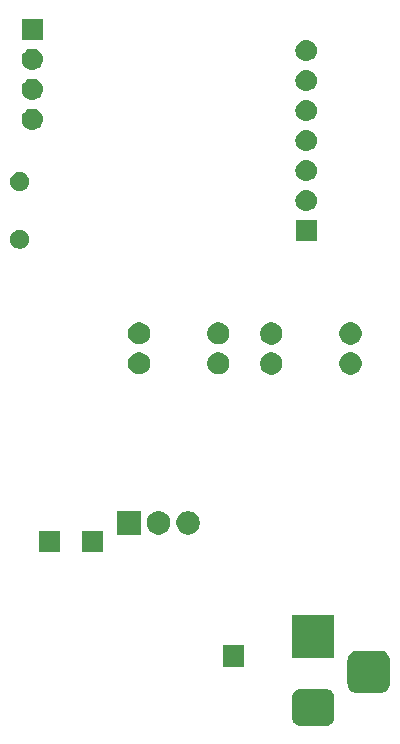
<source format=gbr>
G04 #@! TF.GenerationSoftware,KiCad,Pcbnew,(5.1.4)-1*
G04 #@! TF.CreationDate,2019-11-02T23:16:35-06:00*
G04 #@! TF.ProjectId,EncoderBoard,456e636f-6465-4724-926f-6172642e6b69,v1.0*
G04 #@! TF.SameCoordinates,Original*
G04 #@! TF.FileFunction,Soldermask,Bot*
G04 #@! TF.FilePolarity,Negative*
%FSLAX46Y46*%
G04 Gerber Fmt 4.6, Leading zero omitted, Abs format (unit mm)*
G04 Created by KiCad (PCBNEW (5.1.4)-1) date 2019-11-02 23:16:35*
%MOMM*%
%LPD*%
G04 APERTURE LIST*
%ADD10C,0.100000*%
G04 APERTURE END LIST*
D10*
G36*
X136202579Y-143706093D02*
G01*
X136336225Y-143746634D01*
X136459384Y-143812464D01*
X136567340Y-143901060D01*
X136655936Y-144009016D01*
X136721766Y-144132175D01*
X136762307Y-144265821D01*
X136776600Y-144410940D01*
X136776600Y-146074660D01*
X136762307Y-146219779D01*
X136721766Y-146353425D01*
X136655936Y-146476584D01*
X136567340Y-146584540D01*
X136459384Y-146673136D01*
X136336225Y-146738966D01*
X136202579Y-146779507D01*
X136057460Y-146793800D01*
X133893740Y-146793800D01*
X133748621Y-146779507D01*
X133614975Y-146738966D01*
X133491816Y-146673136D01*
X133383860Y-146584540D01*
X133295264Y-146476584D01*
X133229434Y-146353425D01*
X133188893Y-146219779D01*
X133174600Y-146074660D01*
X133174600Y-144410940D01*
X133188893Y-144265821D01*
X133229434Y-144132175D01*
X133295264Y-144009016D01*
X133383860Y-143901060D01*
X133491816Y-143812464D01*
X133614975Y-143746634D01*
X133748621Y-143706093D01*
X133893740Y-143691800D01*
X136057460Y-143691800D01*
X136202579Y-143706093D01*
X136202579Y-143706093D01*
G37*
G36*
X140801966Y-140458495D02*
G01*
X140959060Y-140506149D01*
X141103831Y-140583531D01*
X141230728Y-140687672D01*
X141334869Y-140814569D01*
X141412251Y-140959340D01*
X141459905Y-141116434D01*
X141476600Y-141285940D01*
X141476600Y-143199660D01*
X141459905Y-143369166D01*
X141412251Y-143526260D01*
X141334869Y-143671031D01*
X141230728Y-143797928D01*
X141103831Y-143902069D01*
X140959060Y-143979451D01*
X140801966Y-144027105D01*
X140632460Y-144043800D01*
X138718740Y-144043800D01*
X138549234Y-144027105D01*
X138392140Y-143979451D01*
X138247369Y-143902069D01*
X138120472Y-143797928D01*
X138016331Y-143671031D01*
X137938949Y-143526260D01*
X137891295Y-143369166D01*
X137874600Y-143199660D01*
X137874600Y-141285940D01*
X137891295Y-141116434D01*
X137938949Y-140959340D01*
X138016331Y-140814569D01*
X138120472Y-140687672D01*
X138247369Y-140583531D01*
X138392140Y-140506149D01*
X138549234Y-140458495D01*
X138718740Y-140441800D01*
X140632460Y-140441800D01*
X140801966Y-140458495D01*
X140801966Y-140458495D01*
G37*
G36*
X129145600Y-141794800D02*
G01*
X127343600Y-141794800D01*
X127343600Y-139992800D01*
X129145600Y-139992800D01*
X129145600Y-141794800D01*
X129145600Y-141794800D01*
G37*
G36*
X136776600Y-141043800D02*
G01*
X133174600Y-141043800D01*
X133174600Y-137441800D01*
X136776600Y-137441800D01*
X136776600Y-141043800D01*
X136776600Y-141043800D01*
G37*
G36*
X117182200Y-132092000D02*
G01*
X115380200Y-132092000D01*
X115380200Y-130290000D01*
X117182200Y-130290000D01*
X117182200Y-132092000D01*
X117182200Y-132092000D01*
G37*
G36*
X113536407Y-132072456D02*
G01*
X111734407Y-132072456D01*
X111734407Y-130270456D01*
X113536407Y-130270456D01*
X113536407Y-132072456D01*
X113536407Y-132072456D01*
G37*
G36*
X120382647Y-130623056D02*
G01*
X118380647Y-130623056D01*
X118380647Y-128621056D01*
X120382647Y-128621056D01*
X120382647Y-130623056D01*
X120382647Y-130623056D01*
G37*
G36*
X122173628Y-128659524D02*
G01*
X122355798Y-128734982D01*
X122519747Y-128844529D01*
X122659174Y-128983956D01*
X122768721Y-129147905D01*
X122844179Y-129330075D01*
X122882647Y-129523466D01*
X122882647Y-129720646D01*
X122844179Y-129914037D01*
X122768721Y-130096207D01*
X122659174Y-130260156D01*
X122519747Y-130399583D01*
X122355798Y-130509130D01*
X122173628Y-130584588D01*
X122076932Y-130603822D01*
X121980238Y-130623056D01*
X121783056Y-130623056D01*
X121686362Y-130603822D01*
X121589666Y-130584588D01*
X121407496Y-130509130D01*
X121243547Y-130399583D01*
X121104120Y-130260156D01*
X120994573Y-130096207D01*
X120919115Y-129914037D01*
X120880647Y-129720646D01*
X120880647Y-129523466D01*
X120919115Y-129330075D01*
X120994573Y-129147905D01*
X121104120Y-128983956D01*
X121243547Y-128844529D01*
X121407496Y-128734982D01*
X121589666Y-128659524D01*
X121783056Y-128621056D01*
X121980238Y-128621056D01*
X122173628Y-128659524D01*
X122173628Y-128659524D01*
G37*
G36*
X124673628Y-128659524D02*
G01*
X124855798Y-128734982D01*
X125019747Y-128844529D01*
X125159174Y-128983956D01*
X125268721Y-129147905D01*
X125344179Y-129330075D01*
X125382647Y-129523466D01*
X125382647Y-129720646D01*
X125344179Y-129914037D01*
X125268721Y-130096207D01*
X125159174Y-130260156D01*
X125019747Y-130399583D01*
X124855798Y-130509130D01*
X124673628Y-130584588D01*
X124576932Y-130603822D01*
X124480238Y-130623056D01*
X124283056Y-130623056D01*
X124186362Y-130603822D01*
X124089666Y-130584588D01*
X123907496Y-130509130D01*
X123743547Y-130399583D01*
X123604120Y-130260156D01*
X123494573Y-130096207D01*
X123419115Y-129914037D01*
X123380647Y-129720646D01*
X123380647Y-129523466D01*
X123419115Y-129330075D01*
X123494573Y-129147905D01*
X123604120Y-128983956D01*
X123743547Y-128844529D01*
X123907496Y-128734982D01*
X124089666Y-128659524D01*
X124283056Y-128621056D01*
X124480238Y-128621056D01*
X124673628Y-128659524D01*
X124673628Y-128659524D01*
G37*
G36*
X138406747Y-115227463D02*
G01*
X138577815Y-115298322D01*
X138577817Y-115298323D01*
X138655318Y-115350108D01*
X138731774Y-115401194D01*
X138862706Y-115532126D01*
X138965578Y-115686085D01*
X139036437Y-115857153D01*
X139072560Y-116038757D01*
X139072560Y-116223923D01*
X139036437Y-116405527D01*
X138970838Y-116563897D01*
X138965577Y-116576597D01*
X138862705Y-116730555D01*
X138731775Y-116861485D01*
X138577817Y-116964357D01*
X138577816Y-116964358D01*
X138577815Y-116964358D01*
X138406747Y-117035217D01*
X138225143Y-117071340D01*
X138039977Y-117071340D01*
X137858373Y-117035217D01*
X137687305Y-116964358D01*
X137687304Y-116964358D01*
X137687303Y-116964357D01*
X137533345Y-116861485D01*
X137402415Y-116730555D01*
X137299543Y-116576597D01*
X137294282Y-116563897D01*
X137228683Y-116405527D01*
X137192560Y-116223923D01*
X137192560Y-116038757D01*
X137228683Y-115857153D01*
X137299542Y-115686085D01*
X137402414Y-115532126D01*
X137533346Y-115401194D01*
X137609802Y-115350108D01*
X137687303Y-115298323D01*
X137687305Y-115298322D01*
X137858373Y-115227463D01*
X138039977Y-115191340D01*
X138225143Y-115191340D01*
X138406747Y-115227463D01*
X138406747Y-115227463D01*
G37*
G36*
X131706747Y-115227463D02*
G01*
X131877815Y-115298322D01*
X131877817Y-115298323D01*
X131955318Y-115350108D01*
X132031774Y-115401194D01*
X132162706Y-115532126D01*
X132265578Y-115686085D01*
X132336437Y-115857153D01*
X132372560Y-116038757D01*
X132372560Y-116223923D01*
X132336437Y-116405527D01*
X132270838Y-116563897D01*
X132265577Y-116576597D01*
X132162705Y-116730555D01*
X132031775Y-116861485D01*
X131877817Y-116964357D01*
X131877816Y-116964358D01*
X131877815Y-116964358D01*
X131706747Y-117035217D01*
X131525143Y-117071340D01*
X131339977Y-117071340D01*
X131158373Y-117035217D01*
X130987305Y-116964358D01*
X130987304Y-116964358D01*
X130987303Y-116964357D01*
X130833345Y-116861485D01*
X130702415Y-116730555D01*
X130599543Y-116576597D01*
X130594282Y-116563897D01*
X130528683Y-116405527D01*
X130492560Y-116223923D01*
X130492560Y-116038757D01*
X130528683Y-115857153D01*
X130599542Y-115686085D01*
X130702414Y-115532126D01*
X130833346Y-115401194D01*
X130909802Y-115350108D01*
X130987303Y-115298323D01*
X130987305Y-115298322D01*
X131158373Y-115227463D01*
X131339977Y-115191340D01*
X131525143Y-115191340D01*
X131706747Y-115227463D01*
X131706747Y-115227463D01*
G37*
G36*
X127218047Y-115214763D02*
G01*
X127389115Y-115285622D01*
X127389117Y-115285623D01*
X127466618Y-115337408D01*
X127543074Y-115388494D01*
X127674006Y-115519426D01*
X127776878Y-115673385D01*
X127847737Y-115844453D01*
X127883860Y-116026057D01*
X127883860Y-116211223D01*
X127847737Y-116392827D01*
X127776878Y-116563895D01*
X127674006Y-116717854D01*
X127543074Y-116848786D01*
X127524067Y-116861486D01*
X127389117Y-116951657D01*
X127389116Y-116951658D01*
X127389115Y-116951658D01*
X127218047Y-117022517D01*
X127036443Y-117058640D01*
X126851277Y-117058640D01*
X126669673Y-117022517D01*
X126498605Y-116951658D01*
X126498604Y-116951658D01*
X126498603Y-116951657D01*
X126363653Y-116861486D01*
X126344646Y-116848786D01*
X126213714Y-116717854D01*
X126110842Y-116563895D01*
X126039983Y-116392827D01*
X126003860Y-116211223D01*
X126003860Y-116026057D01*
X126039983Y-115844453D01*
X126110842Y-115673385D01*
X126213714Y-115519426D01*
X126344646Y-115388494D01*
X126421102Y-115337408D01*
X126498603Y-115285623D01*
X126498605Y-115285622D01*
X126669673Y-115214763D01*
X126851277Y-115178640D01*
X127036443Y-115178640D01*
X127218047Y-115214763D01*
X127218047Y-115214763D01*
G37*
G36*
X120518047Y-115214763D02*
G01*
X120689115Y-115285622D01*
X120689117Y-115285623D01*
X120766618Y-115337408D01*
X120843074Y-115388494D01*
X120974006Y-115519426D01*
X121076878Y-115673385D01*
X121147737Y-115844453D01*
X121183860Y-116026057D01*
X121183860Y-116211223D01*
X121147737Y-116392827D01*
X121076878Y-116563895D01*
X120974006Y-116717854D01*
X120843074Y-116848786D01*
X120824067Y-116861486D01*
X120689117Y-116951657D01*
X120689116Y-116951658D01*
X120689115Y-116951658D01*
X120518047Y-117022517D01*
X120336443Y-117058640D01*
X120151277Y-117058640D01*
X119969673Y-117022517D01*
X119798605Y-116951658D01*
X119798604Y-116951658D01*
X119798603Y-116951657D01*
X119663653Y-116861486D01*
X119644646Y-116848786D01*
X119513714Y-116717854D01*
X119410842Y-116563895D01*
X119339983Y-116392827D01*
X119303860Y-116211223D01*
X119303860Y-116026057D01*
X119339983Y-115844453D01*
X119410842Y-115673385D01*
X119513714Y-115519426D01*
X119644646Y-115388494D01*
X119721102Y-115337408D01*
X119798603Y-115285623D01*
X119798605Y-115285622D01*
X119969673Y-115214763D01*
X120151277Y-115178640D01*
X120336443Y-115178640D01*
X120518047Y-115214763D01*
X120518047Y-115214763D01*
G37*
G36*
X138406747Y-112687463D02*
G01*
X138577815Y-112758322D01*
X138577817Y-112758323D01*
X138655318Y-112810108D01*
X138731774Y-112861194D01*
X138862706Y-112992126D01*
X138965578Y-113146085D01*
X139036437Y-113317153D01*
X139072560Y-113498757D01*
X139072560Y-113683923D01*
X139036437Y-113865527D01*
X138970838Y-114023897D01*
X138965577Y-114036597D01*
X138862705Y-114190555D01*
X138731775Y-114321485D01*
X138577817Y-114424357D01*
X138577816Y-114424358D01*
X138577815Y-114424358D01*
X138406747Y-114495217D01*
X138225143Y-114531340D01*
X138039977Y-114531340D01*
X137858373Y-114495217D01*
X137687305Y-114424358D01*
X137687304Y-114424358D01*
X137687303Y-114424357D01*
X137533345Y-114321485D01*
X137402415Y-114190555D01*
X137299543Y-114036597D01*
X137294282Y-114023897D01*
X137228683Y-113865527D01*
X137192560Y-113683923D01*
X137192560Y-113498757D01*
X137228683Y-113317153D01*
X137299542Y-113146085D01*
X137402414Y-112992126D01*
X137533346Y-112861194D01*
X137609802Y-112810108D01*
X137687303Y-112758323D01*
X137687305Y-112758322D01*
X137858373Y-112687463D01*
X138039977Y-112651340D01*
X138225143Y-112651340D01*
X138406747Y-112687463D01*
X138406747Y-112687463D01*
G37*
G36*
X131706747Y-112687463D02*
G01*
X131877815Y-112758322D01*
X131877817Y-112758323D01*
X131955318Y-112810108D01*
X132031774Y-112861194D01*
X132162706Y-112992126D01*
X132265578Y-113146085D01*
X132336437Y-113317153D01*
X132372560Y-113498757D01*
X132372560Y-113683923D01*
X132336437Y-113865527D01*
X132270838Y-114023897D01*
X132265577Y-114036597D01*
X132162705Y-114190555D01*
X132031775Y-114321485D01*
X131877817Y-114424357D01*
X131877816Y-114424358D01*
X131877815Y-114424358D01*
X131706747Y-114495217D01*
X131525143Y-114531340D01*
X131339977Y-114531340D01*
X131158373Y-114495217D01*
X130987305Y-114424358D01*
X130987304Y-114424358D01*
X130987303Y-114424357D01*
X130833345Y-114321485D01*
X130702415Y-114190555D01*
X130599543Y-114036597D01*
X130594282Y-114023897D01*
X130528683Y-113865527D01*
X130492560Y-113683923D01*
X130492560Y-113498757D01*
X130528683Y-113317153D01*
X130599542Y-113146085D01*
X130702414Y-112992126D01*
X130833346Y-112861194D01*
X130909802Y-112810108D01*
X130987303Y-112758323D01*
X130987305Y-112758322D01*
X131158373Y-112687463D01*
X131339977Y-112651340D01*
X131525143Y-112651340D01*
X131706747Y-112687463D01*
X131706747Y-112687463D01*
G37*
G36*
X120518047Y-112674763D02*
G01*
X120689115Y-112745622D01*
X120689117Y-112745623D01*
X120766618Y-112797408D01*
X120843074Y-112848494D01*
X120974006Y-112979426D01*
X121076878Y-113133385D01*
X121147737Y-113304453D01*
X121183860Y-113486057D01*
X121183860Y-113671223D01*
X121147737Y-113852827D01*
X121076878Y-114023895D01*
X120974006Y-114177854D01*
X120843074Y-114308786D01*
X120824067Y-114321486D01*
X120689117Y-114411657D01*
X120689116Y-114411658D01*
X120689115Y-114411658D01*
X120518047Y-114482517D01*
X120336443Y-114518640D01*
X120151277Y-114518640D01*
X119969673Y-114482517D01*
X119798605Y-114411658D01*
X119798604Y-114411658D01*
X119798603Y-114411657D01*
X119663653Y-114321486D01*
X119644646Y-114308786D01*
X119513714Y-114177854D01*
X119410842Y-114023895D01*
X119339983Y-113852827D01*
X119303860Y-113671223D01*
X119303860Y-113486057D01*
X119339983Y-113304453D01*
X119410842Y-113133385D01*
X119513714Y-112979426D01*
X119644646Y-112848494D01*
X119721102Y-112797408D01*
X119798603Y-112745623D01*
X119798605Y-112745622D01*
X119969673Y-112674763D01*
X120151277Y-112638640D01*
X120336443Y-112638640D01*
X120518047Y-112674763D01*
X120518047Y-112674763D01*
G37*
G36*
X127218047Y-112674763D02*
G01*
X127389115Y-112745622D01*
X127389117Y-112745623D01*
X127466618Y-112797408D01*
X127543074Y-112848494D01*
X127674006Y-112979426D01*
X127776878Y-113133385D01*
X127847737Y-113304453D01*
X127883860Y-113486057D01*
X127883860Y-113671223D01*
X127847737Y-113852827D01*
X127776878Y-114023895D01*
X127674006Y-114177854D01*
X127543074Y-114308786D01*
X127524067Y-114321486D01*
X127389117Y-114411657D01*
X127389116Y-114411658D01*
X127389115Y-114411658D01*
X127218047Y-114482517D01*
X127036443Y-114518640D01*
X126851277Y-114518640D01*
X126669673Y-114482517D01*
X126498605Y-114411658D01*
X126498604Y-114411658D01*
X126498603Y-114411657D01*
X126363653Y-114321486D01*
X126344646Y-114308786D01*
X126213714Y-114177854D01*
X126110842Y-114023895D01*
X126039983Y-113852827D01*
X126003860Y-113671223D01*
X126003860Y-113486057D01*
X126039983Y-113304453D01*
X126110842Y-113133385D01*
X126213714Y-112979426D01*
X126344646Y-112848494D01*
X126421102Y-112797408D01*
X126498603Y-112745623D01*
X126498605Y-112745622D01*
X126669673Y-112674763D01*
X126851277Y-112638640D01*
X127036443Y-112638640D01*
X127218047Y-112674763D01*
X127218047Y-112674763D01*
G37*
G36*
X110352802Y-104836021D02*
G01*
X110498574Y-104896402D01*
X110498576Y-104896403D01*
X110629768Y-104984062D01*
X110741338Y-105095632D01*
X110828997Y-105226824D01*
X110828998Y-105226826D01*
X110889379Y-105372598D01*
X110920160Y-105527347D01*
X110920160Y-105685133D01*
X110889379Y-105839882D01*
X110828998Y-105985654D01*
X110828997Y-105985656D01*
X110741338Y-106116848D01*
X110629768Y-106228418D01*
X110498576Y-106316077D01*
X110498575Y-106316078D01*
X110498574Y-106316078D01*
X110352802Y-106376459D01*
X110198053Y-106407240D01*
X110040267Y-106407240D01*
X109885518Y-106376459D01*
X109739746Y-106316078D01*
X109739745Y-106316078D01*
X109739744Y-106316077D01*
X109608552Y-106228418D01*
X109496982Y-106116848D01*
X109409323Y-105985656D01*
X109409322Y-105985654D01*
X109348941Y-105839882D01*
X109318160Y-105685133D01*
X109318160Y-105527347D01*
X109348941Y-105372598D01*
X109409322Y-105226826D01*
X109409323Y-105226824D01*
X109496982Y-105095632D01*
X109608552Y-104984062D01*
X109739744Y-104896403D01*
X109739746Y-104896402D01*
X109885518Y-104836021D01*
X110040267Y-104805240D01*
X110198053Y-104805240D01*
X110352802Y-104836021D01*
X110352802Y-104836021D01*
G37*
G36*
X135282240Y-105767440D02*
G01*
X133480240Y-105767440D01*
X133480240Y-103965440D01*
X135282240Y-103965440D01*
X135282240Y-105767440D01*
X135282240Y-105767440D01*
G37*
G36*
X134491683Y-101431959D02*
G01*
X134557867Y-101438477D01*
X134727706Y-101489997D01*
X134727708Y-101489998D01*
X134797382Y-101527240D01*
X134884231Y-101573662D01*
X134919969Y-101602992D01*
X135021426Y-101686254D01*
X135104688Y-101787711D01*
X135134018Y-101823449D01*
X135217683Y-101979974D01*
X135269203Y-102149813D01*
X135286599Y-102326440D01*
X135269203Y-102503067D01*
X135217683Y-102672906D01*
X135134018Y-102829431D01*
X135104688Y-102865169D01*
X135021426Y-102966626D01*
X134919969Y-103049888D01*
X134884231Y-103079218D01*
X134727706Y-103162883D01*
X134557867Y-103214403D01*
X134491683Y-103220921D01*
X134425500Y-103227440D01*
X134336980Y-103227440D01*
X134270798Y-103220922D01*
X134204613Y-103214403D01*
X134034774Y-103162883D01*
X133878249Y-103079218D01*
X133842511Y-103049888D01*
X133741054Y-102966626D01*
X133657792Y-102865169D01*
X133628462Y-102829431D01*
X133544797Y-102672906D01*
X133493277Y-102503067D01*
X133475881Y-102326440D01*
X133493277Y-102149813D01*
X133544797Y-101979974D01*
X133628462Y-101823449D01*
X133657792Y-101787711D01*
X133741054Y-101686254D01*
X133842511Y-101602992D01*
X133878249Y-101573662D01*
X133965098Y-101527240D01*
X134034772Y-101489998D01*
X134034774Y-101489997D01*
X134204613Y-101438477D01*
X134270797Y-101431959D01*
X134336980Y-101425440D01*
X134425500Y-101425440D01*
X134491683Y-101431959D01*
X134491683Y-101431959D01*
G37*
G36*
X110352802Y-99956021D02*
G01*
X110498574Y-100016402D01*
X110498576Y-100016403D01*
X110629768Y-100104062D01*
X110741338Y-100215632D01*
X110828997Y-100346824D01*
X110828998Y-100346826D01*
X110889379Y-100492598D01*
X110920160Y-100647347D01*
X110920160Y-100805133D01*
X110889379Y-100959882D01*
X110828998Y-101105654D01*
X110828997Y-101105656D01*
X110741338Y-101236848D01*
X110629768Y-101348418D01*
X110498576Y-101436077D01*
X110498575Y-101436078D01*
X110498574Y-101436078D01*
X110352802Y-101496459D01*
X110198053Y-101527240D01*
X110040267Y-101527240D01*
X109885518Y-101496459D01*
X109739746Y-101436078D01*
X109739745Y-101436078D01*
X109739744Y-101436077D01*
X109608552Y-101348418D01*
X109496982Y-101236848D01*
X109409323Y-101105656D01*
X109409322Y-101105654D01*
X109348941Y-100959882D01*
X109318160Y-100805133D01*
X109318160Y-100647347D01*
X109348941Y-100492598D01*
X109409322Y-100346826D01*
X109409323Y-100346824D01*
X109496982Y-100215632D01*
X109608552Y-100104062D01*
X109739744Y-100016403D01*
X109739746Y-100016402D01*
X109885518Y-99956021D01*
X110040267Y-99925240D01*
X110198053Y-99925240D01*
X110352802Y-99956021D01*
X110352802Y-99956021D01*
G37*
G36*
X134491683Y-98891959D02*
G01*
X134557867Y-98898477D01*
X134727706Y-98949997D01*
X134884231Y-99033662D01*
X134919969Y-99062992D01*
X135021426Y-99146254D01*
X135104688Y-99247711D01*
X135134018Y-99283449D01*
X135217683Y-99439974D01*
X135269203Y-99609813D01*
X135286599Y-99786440D01*
X135269203Y-99963067D01*
X135217683Y-100132906D01*
X135134018Y-100289431D01*
X135104688Y-100325169D01*
X135021426Y-100426626D01*
X134919969Y-100509888D01*
X134884231Y-100539218D01*
X134727706Y-100622883D01*
X134557867Y-100674403D01*
X134491682Y-100680922D01*
X134425500Y-100687440D01*
X134336980Y-100687440D01*
X134270798Y-100680922D01*
X134204613Y-100674403D01*
X134034774Y-100622883D01*
X133878249Y-100539218D01*
X133842511Y-100509888D01*
X133741054Y-100426626D01*
X133657792Y-100325169D01*
X133628462Y-100289431D01*
X133544797Y-100132906D01*
X133493277Y-99963067D01*
X133475881Y-99786440D01*
X133493277Y-99609813D01*
X133544797Y-99439974D01*
X133628462Y-99283449D01*
X133657792Y-99247711D01*
X133741054Y-99146254D01*
X133842511Y-99062992D01*
X133878249Y-99033662D01*
X134034774Y-98949997D01*
X134204613Y-98898477D01*
X134270797Y-98891959D01*
X134336980Y-98885440D01*
X134425500Y-98885440D01*
X134491683Y-98891959D01*
X134491683Y-98891959D01*
G37*
G36*
X134491682Y-96351958D02*
G01*
X134557867Y-96358477D01*
X134727706Y-96409997D01*
X134884231Y-96493662D01*
X134919969Y-96522992D01*
X135021426Y-96606254D01*
X135104688Y-96707711D01*
X135134018Y-96743449D01*
X135217683Y-96899974D01*
X135269203Y-97069813D01*
X135286599Y-97246440D01*
X135269203Y-97423067D01*
X135217683Y-97592906D01*
X135134018Y-97749431D01*
X135104688Y-97785169D01*
X135021426Y-97886626D01*
X134919969Y-97969888D01*
X134884231Y-97999218D01*
X134727706Y-98082883D01*
X134557867Y-98134403D01*
X134491682Y-98140922D01*
X134425500Y-98147440D01*
X134336980Y-98147440D01*
X134270798Y-98140922D01*
X134204613Y-98134403D01*
X134034774Y-98082883D01*
X133878249Y-97999218D01*
X133842511Y-97969888D01*
X133741054Y-97886626D01*
X133657792Y-97785169D01*
X133628462Y-97749431D01*
X133544797Y-97592906D01*
X133493277Y-97423067D01*
X133475881Y-97246440D01*
X133493277Y-97069813D01*
X133544797Y-96899974D01*
X133628462Y-96743449D01*
X133657792Y-96707711D01*
X133741054Y-96606254D01*
X133842511Y-96522992D01*
X133878249Y-96493662D01*
X134034774Y-96409997D01*
X134204613Y-96358477D01*
X134270797Y-96351959D01*
X134336980Y-96345440D01*
X134425500Y-96345440D01*
X134491682Y-96351958D01*
X134491682Y-96351958D01*
G37*
G36*
X111306562Y-94548558D02*
G01*
X111372747Y-94555077D01*
X111542586Y-94606597D01*
X111699111Y-94690262D01*
X111734849Y-94719592D01*
X111836306Y-94802854D01*
X111902132Y-94883065D01*
X111948898Y-94940049D01*
X112032563Y-95096574D01*
X112084083Y-95266413D01*
X112101479Y-95443040D01*
X112084083Y-95619667D01*
X112032563Y-95789506D01*
X111948898Y-95946031D01*
X111919568Y-95981769D01*
X111836306Y-96083226D01*
X111734849Y-96166488D01*
X111699111Y-96195818D01*
X111542586Y-96279483D01*
X111372747Y-96331003D01*
X111306562Y-96337522D01*
X111240380Y-96344040D01*
X111151860Y-96344040D01*
X111085677Y-96337521D01*
X111019493Y-96331003D01*
X110849654Y-96279483D01*
X110693129Y-96195818D01*
X110657391Y-96166488D01*
X110555934Y-96083226D01*
X110472672Y-95981769D01*
X110443342Y-95946031D01*
X110359677Y-95789506D01*
X110308157Y-95619667D01*
X110290761Y-95443040D01*
X110308157Y-95266413D01*
X110359677Y-95096574D01*
X110443342Y-94940049D01*
X110490108Y-94883065D01*
X110555934Y-94802854D01*
X110657391Y-94719592D01*
X110693129Y-94690262D01*
X110849654Y-94606597D01*
X111019493Y-94555077D01*
X111085678Y-94548558D01*
X111151860Y-94542040D01*
X111240380Y-94542040D01*
X111306562Y-94548558D01*
X111306562Y-94548558D01*
G37*
G36*
X134491682Y-93811958D02*
G01*
X134557867Y-93818477D01*
X134727706Y-93869997D01*
X134884231Y-93953662D01*
X134919969Y-93982992D01*
X135021426Y-94066254D01*
X135104688Y-94167711D01*
X135134018Y-94203449D01*
X135217683Y-94359974D01*
X135269203Y-94529813D01*
X135286599Y-94706440D01*
X135269203Y-94883067D01*
X135217683Y-95052906D01*
X135134018Y-95209431D01*
X135104688Y-95245169D01*
X135021426Y-95346626D01*
X134919969Y-95429888D01*
X134884231Y-95459218D01*
X134727706Y-95542883D01*
X134557867Y-95594403D01*
X134491683Y-95600921D01*
X134425500Y-95607440D01*
X134336980Y-95607440D01*
X134270797Y-95600921D01*
X134204613Y-95594403D01*
X134034774Y-95542883D01*
X133878249Y-95459218D01*
X133842511Y-95429888D01*
X133741054Y-95346626D01*
X133657792Y-95245169D01*
X133628462Y-95209431D01*
X133544797Y-95052906D01*
X133493277Y-94883067D01*
X133475881Y-94706440D01*
X133493277Y-94529813D01*
X133544797Y-94359974D01*
X133628462Y-94203449D01*
X133657792Y-94167711D01*
X133741054Y-94066254D01*
X133842511Y-93982992D01*
X133878249Y-93953662D01*
X134034774Y-93869997D01*
X134204613Y-93818477D01*
X134270798Y-93811958D01*
X134336980Y-93805440D01*
X134425500Y-93805440D01*
X134491682Y-93811958D01*
X134491682Y-93811958D01*
G37*
G36*
X111306563Y-92008559D02*
G01*
X111372747Y-92015077D01*
X111542586Y-92066597D01*
X111699111Y-92150262D01*
X111734849Y-92179592D01*
X111836306Y-92262854D01*
X111902132Y-92343065D01*
X111948898Y-92400049D01*
X112032563Y-92556574D01*
X112084083Y-92726413D01*
X112101479Y-92903040D01*
X112084083Y-93079667D01*
X112032563Y-93249506D01*
X111948898Y-93406031D01*
X111919568Y-93441769D01*
X111836306Y-93543226D01*
X111734849Y-93626488D01*
X111699111Y-93655818D01*
X111542586Y-93739483D01*
X111372747Y-93791003D01*
X111306562Y-93797522D01*
X111240380Y-93804040D01*
X111151860Y-93804040D01*
X111085678Y-93797522D01*
X111019493Y-93791003D01*
X110849654Y-93739483D01*
X110693129Y-93655818D01*
X110657391Y-93626488D01*
X110555934Y-93543226D01*
X110472672Y-93441769D01*
X110443342Y-93406031D01*
X110359677Y-93249506D01*
X110308157Y-93079667D01*
X110290761Y-92903040D01*
X110308157Y-92726413D01*
X110359677Y-92556574D01*
X110443342Y-92400049D01*
X110490108Y-92343065D01*
X110555934Y-92262854D01*
X110657391Y-92179592D01*
X110693129Y-92150262D01*
X110849654Y-92066597D01*
X111019493Y-92015077D01*
X111085677Y-92008559D01*
X111151860Y-92002040D01*
X111240380Y-92002040D01*
X111306563Y-92008559D01*
X111306563Y-92008559D01*
G37*
G36*
X134491683Y-91271959D02*
G01*
X134557867Y-91278477D01*
X134727706Y-91329997D01*
X134884231Y-91413662D01*
X134919969Y-91442992D01*
X135021426Y-91526254D01*
X135104688Y-91627711D01*
X135134018Y-91663449D01*
X135217683Y-91819974D01*
X135269203Y-91989813D01*
X135286599Y-92166440D01*
X135269203Y-92343067D01*
X135217683Y-92512906D01*
X135134018Y-92669431D01*
X135104688Y-92705169D01*
X135021426Y-92806626D01*
X134919969Y-92889888D01*
X134884231Y-92919218D01*
X134727706Y-93002883D01*
X134557867Y-93054403D01*
X134491682Y-93060922D01*
X134425500Y-93067440D01*
X134336980Y-93067440D01*
X134270798Y-93060922D01*
X134204613Y-93054403D01*
X134034774Y-93002883D01*
X133878249Y-92919218D01*
X133842511Y-92889888D01*
X133741054Y-92806626D01*
X133657792Y-92705169D01*
X133628462Y-92669431D01*
X133544797Y-92512906D01*
X133493277Y-92343067D01*
X133475881Y-92166440D01*
X133493277Y-91989813D01*
X133544797Y-91819974D01*
X133628462Y-91663449D01*
X133657792Y-91627711D01*
X133741054Y-91526254D01*
X133842511Y-91442992D01*
X133878249Y-91413662D01*
X134034774Y-91329997D01*
X134204613Y-91278477D01*
X134270797Y-91271959D01*
X134336980Y-91265440D01*
X134425500Y-91265440D01*
X134491683Y-91271959D01*
X134491683Y-91271959D01*
G37*
G36*
X111306563Y-89468559D02*
G01*
X111372747Y-89475077D01*
X111542586Y-89526597D01*
X111699111Y-89610262D01*
X111734849Y-89639592D01*
X111836306Y-89722854D01*
X111902132Y-89803065D01*
X111948898Y-89860049D01*
X112032563Y-90016574D01*
X112084083Y-90186413D01*
X112101479Y-90363040D01*
X112084083Y-90539667D01*
X112032563Y-90709506D01*
X111948898Y-90866031D01*
X111919568Y-90901769D01*
X111836306Y-91003226D01*
X111734849Y-91086488D01*
X111699111Y-91115818D01*
X111542586Y-91199483D01*
X111372747Y-91251003D01*
X111306563Y-91257521D01*
X111240380Y-91264040D01*
X111151860Y-91264040D01*
X111085677Y-91257521D01*
X111019493Y-91251003D01*
X110849654Y-91199483D01*
X110693129Y-91115818D01*
X110657391Y-91086488D01*
X110555934Y-91003226D01*
X110472672Y-90901769D01*
X110443342Y-90866031D01*
X110359677Y-90709506D01*
X110308157Y-90539667D01*
X110290761Y-90363040D01*
X110308157Y-90186413D01*
X110359677Y-90016574D01*
X110443342Y-89860049D01*
X110490108Y-89803065D01*
X110555934Y-89722854D01*
X110657391Y-89639592D01*
X110693129Y-89610262D01*
X110849654Y-89526597D01*
X111019493Y-89475077D01*
X111085677Y-89468559D01*
X111151860Y-89462040D01*
X111240380Y-89462040D01*
X111306563Y-89468559D01*
X111306563Y-89468559D01*
G37*
G36*
X134491683Y-88731959D02*
G01*
X134557867Y-88738477D01*
X134727706Y-88789997D01*
X134884231Y-88873662D01*
X134919969Y-88902992D01*
X135021426Y-88986254D01*
X135104688Y-89087711D01*
X135134018Y-89123449D01*
X135217683Y-89279974D01*
X135269203Y-89449813D01*
X135286599Y-89626440D01*
X135269203Y-89803067D01*
X135217683Y-89972906D01*
X135134018Y-90129431D01*
X135104688Y-90165169D01*
X135021426Y-90266626D01*
X134919969Y-90349888D01*
X134884231Y-90379218D01*
X134727706Y-90462883D01*
X134557867Y-90514403D01*
X134491683Y-90520921D01*
X134425500Y-90527440D01*
X134336980Y-90527440D01*
X134270797Y-90520921D01*
X134204613Y-90514403D01*
X134034774Y-90462883D01*
X133878249Y-90379218D01*
X133842511Y-90349888D01*
X133741054Y-90266626D01*
X133657792Y-90165169D01*
X133628462Y-90129431D01*
X133544797Y-89972906D01*
X133493277Y-89803067D01*
X133475881Y-89626440D01*
X133493277Y-89449813D01*
X133544797Y-89279974D01*
X133628462Y-89123449D01*
X133657792Y-89087711D01*
X133741054Y-88986254D01*
X133842511Y-88902992D01*
X133878249Y-88873662D01*
X134034774Y-88789997D01*
X134204613Y-88738477D01*
X134270797Y-88731959D01*
X134336980Y-88725440D01*
X134425500Y-88725440D01*
X134491683Y-88731959D01*
X134491683Y-88731959D01*
G37*
G36*
X112097120Y-88724040D02*
G01*
X110295120Y-88724040D01*
X110295120Y-86922040D01*
X112097120Y-86922040D01*
X112097120Y-88724040D01*
X112097120Y-88724040D01*
G37*
M02*

</source>
